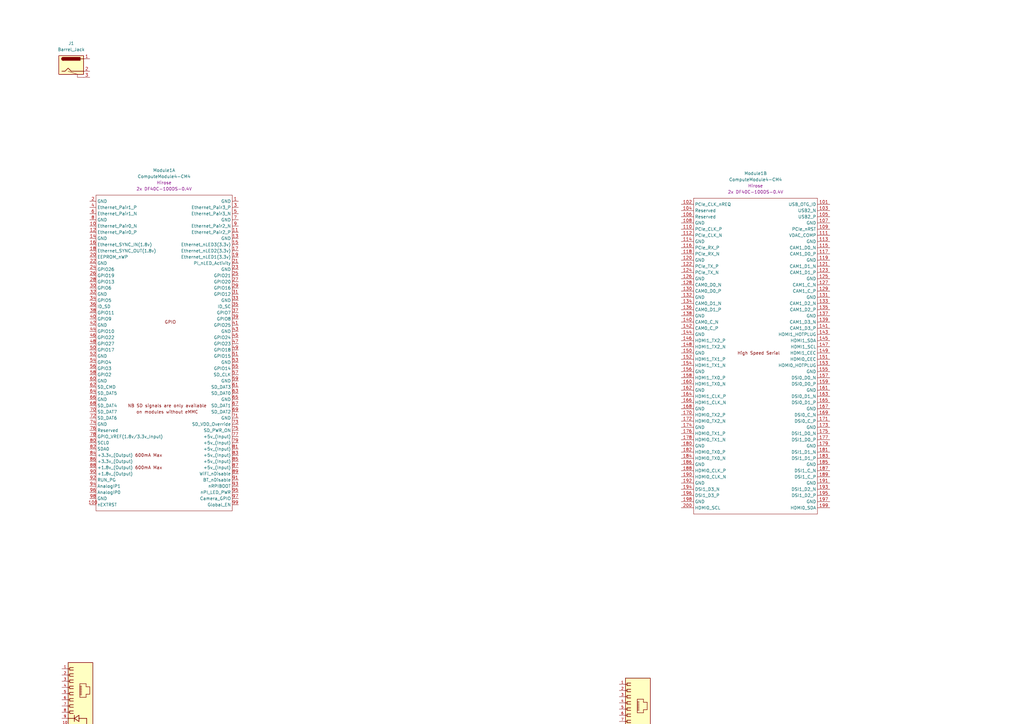
<source format=kicad_sch>
(kicad_sch (version 20250114) (generator "eeschema") (generator_version "9.0")
  (paper "A3")
  (lib_symbols
    (symbol "CM4IO:Barrel_Jack"
      (property "Reference" "J" (at 0 5.334 0))
      (property "Value" "Barrel_Jack" (at 0 -5.08 0))
      (symbol "Barrel_Jack_0_1"
        (rectangle (start -5.08 3.81) (end 5.08 -3.81) (stroke (width 0.254)) (fill (type background)))
        (polyline (pts (xy -3.81 -2.54) (xy -2.54 -2.54) (xy -1.27 -1.27) (xy 0 -2.54) (xy 2.54 -2.54) (xy 5.08 -2.54)) (stroke (width 0.254)))
        (arc (start -3.302 1.905) (mid -3.9342 2.54) (end -3.302 3.175) (stroke (width 0.254)))
        (arc (start -3.302 1.905) (mid -3.9342 2.54) (end -3.302 3.175) (stroke (width 0.254)) (fill (type outline)))
        (rectangle (start 3.683 3.175) (end -3.302 1.905) (stroke (width 0.254)) (fill (type outline)))
        (polyline (pts (xy 5.08 2.54) (xy 3.81 2.54)) (stroke (width 0.254)))
        (polyline (pts (xy 5.08 -5.08) (xy 2.54 -5.08) (xy 2.54 -3.81) (xy -1.27 -2.54)))
      )
      (symbol "Barrel_Jack_1_1"
        (pin passive line (at 7.62 2.54 180) (length 2.54) (name "~") (number "1"))
        (pin passive line (at 7.62 -2.54 180) (length 2.54) (name "~") (number "2"))
        (pin passive line (at 7.62 -5.08 180) (length 2.54) (name "~") (number "3"))
      )
    )
    (symbol "CM4IO:ComputeModule4-CM4"
      (property "Reference" "Module" (at 113.03 -68.58 0))
      (property "Value" "ComputeModule4-CM4" (at 140.97 2.54 0))
      (property "Field4" "Hirose" (at 0 0 0))
      (property "Field5" "2x DF40C-100DS-0.4V" (at 0 -2.54 0))
      (symbol "ComputeModule4-CM4_1_0"
        (text "GPIO" (at 0 6.35 0) (effects (font (size 1.27 1.27))))
      )
      (symbol "ComputeModule4-CM4_1_1"
        (rectangle (start -30.48 -71.12) (end 25.4 58.42))
        (text "600mA Max" (at -8.89 -48.26 0) (effects (font (size 1.27 1.27))))
        (text "600mA Max" (at -8.89 -53.34 0) (effects (font (size 1.27 1.27))))
        (text "NB SD signals are only available" (at -1.27 -27.94 0) (effects (font (size 1.27 1.27))))
        (text "on modules without eMMC" (at -1.27 -30.48 0) (effects (font (size 1.27 1.27))))
        (pin power_in line (at -33.02 55.88 0) (length 2.54) (name "GND") (number "2"))
        (pin passive line (at -33.02 53.34 0) (length 2.54) (name "Ethernet_Pair1_P") (number "4"))
        (pin passive line (at -33.02 50.8 0) (length 2.54) (name "Ethernet_Pair1_N") (number "6"))
        (pin power_in line (at -33.02 48.26 0) (length 2.54) (name "GND") (number "8"))
        (pin passive line (at -33.02 45.72 0) (length 2.54) (name "Ethernet_Pair0_N") (number "10"))
        (pin passive line (at -33.02 43.18 0) (length 2.54) (name "Ethernet_Pair0_P") (number "12"))
        (pin power_in line (at -33.02 40.64 0) (length 2.54) (name "GND") (number "14"))
        (pin input line (at -33.02 38.1 0) (length 2.54) (name "Ethernet_SYNC_IN(1.8v)") (number "16"))
        (pin input line (at -33.02 35.56 0) (length 2.54) (name "Ethernet_SYNC_OUT(1.8v)") (number "18"))
        (pin passive line (at -33.02 33.02 0) (length 2.54) (name "EEPROM_nWP") (number "20"))
        (pin power_in line (at -33.02 30.48 0) (length 2.54) (name "GND") (number "22"))
        (pin passive line (at -33.02 27.94 0) (length 2.54) (name "GPIO26") (number "24"))
        (pin passive line (at -33.02 25.4 0) (length 2.54) (name "GPIO19") (number "26"))
        (pin passive line (at -33.02 22.86 0) (length 2.54) (name "GPIO13") (number "28"))
        (pin passive line (at -33.02 20.32 0) (length 2.54) (name "GPIO6") (number "30"))
        (pin power_in line (at -33.02 17.78 0) (length 2.54) (name "GND") (number "32"))
        (pin passive line (at -33.02 15.24 0) (length 2.54) (name "GPIO5") (number "34"))
        (pin passive line (at -33.02 12.7 0) (length 2.54) (name "ID_SD") (number "36"))
        (pin passive line (at -33.02 10.16 0) (length 2.54) (name "GPIO11") (number "38"))
        (pin passive line (at -33.02 7.62 0) (length 2.54) (name "GPIO9") (number "40"))
        (pin power_in line (at -33.02 5.08 0) (length 2.54) (name "GND") (number "42"))
        (pin passive line (at -33.02 2.54 0) (length 2.54) (name "GPIO10") (number "44"))
        (pin passive line (at -33.02 0 0) (length 2.54) (name "GPIO22") (number "46"))
        (pin passive line (at -33.02 -2.54 0) (length 2.54) (name "GPIO27") (number "48"))
        (pin passive line (at -33.02 -5.08 0) (length 2.54) (name "GPIO17") (number "50"))
        (pin power_in line (at -33.02 -7.62 0) (length 2.54) (name "GND") (number "52"))
        (pin passive line (at -33.02 -10.16 0) (length 2.54) (name "GPIO4") (number "54"))
        (pin passive line (at -33.02 -12.7 0) (length 2.54) (name "GPIO3") (number "56"))
        (pin passive line (at -33.02 -15.24 0) (length 2.54) (name "GPIO2") (number "58"))
        (pin power_in line (at -33.02 -17.78 0) (length 2.54) (name "GND") (number "60"))
        (pin passive line (at -33.02 -20.32 0) (length 2.54) (name "SD_CMD") (number "62"))
        (pin passive line (at -33.02 -22.86 0) (length 2.54) (name "SD_DAT5") (number "64"))
        (pin power_in line (at -33.02 -25.4 0) (length 2.54) (name "GND") (number "66"))
        (pin passive line (at -33.02 -27.94 0) (length 2.54) (name "SD_DAT4") (number "68"))
        (pin passive line (at -33.02 -30.48 0) (length 2.54) (name "SD_DAT7") (number "70"))
        (pin passive line (at -33.02 -33.02 0) (length 2.54) (name "SD_DAT6") (number "72"))
        (pin power_in line (at -33.02 -35.56 0) (length 2.54) (name "GND") (number "74"))
        (pin passive line (at -33.02 -38.1 0) (length 2.54) (name "Reserved") (number "76"))
        (pin power_in line (at -33.02 -40.64 0) (length 2.54) (name "GPIO_VREF(1.8v/3.3v_Input)") (number "78"))
        (pin passive line (at -33.02 -43.18 0) (length 2.54) (name "SCL0") (number "80"))
        (pin passive line (at -33.02 -45.72 0) (length 2.54) (name "SDA0") (number "82"))
        (pin power_out line (at -33.02 -48.26 0) (length 2.54) (name "+3.3v_(Output)") (number "84"))
        (pin power_out line (at -33.02 -50.8 0) (length 2.54) (name "+3.3v_(Output)") (number "86"))
        (pin power_out line (at -33.02 -53.34 0) (length 2.54) (name "+1.8v_(Output)") (number "88"))
        (pin power_out line (at -33.02 -55.88 0) (length 2.54) (name "+1.8v_(Output)") (number "90"))
        (pin passive line (at -33.02 -58.42 0) (length 2.54) (name "RUN_PG") (number "92"))
        (pin passive line (at -33.02 -60.96 0) (length 2.54) (name "AnalogIP1") (number "94"))
        (pin passive line (at -33.02 -63.5 0) (length 2.54) (name "AnalogIP0") (number "96"))
        (pin power_in line (at -33.02 -66.04 0) (length 2.54) (name "GND") (number "98"))
        (pin output line (at -33.02 -68.58 0) (length 2.54) (name "nEXTRST") (number "100"))
        (pin power_in line (at 27.94 55.88 180) (length 2.54) (name "GND") (number "1"))
        (pin passive line (at 27.94 53.34 180) (length 2.54) (name "Ethernet_Pair3_P") (number "3"))
        (pin passive line (at 27.94 50.8 180) (length 2.54) (name "Ethernet_Pair3_N") (number "5"))
        (pin power_in line (at 27.94 48.26 180) (length 2.54) (name "GND") (number "7"))
        (pin passive line (at 27.94 45.72 180) (length 2.54) (name "Ethernet_Pair2_N") (number "9"))
        (pin passive line (at 27.94 43.18 180) (length 2.54) (name "Ethernet_Pair2_P") (number "11"))
        (pin power_in line (at 27.94 40.64 180) (length 2.54) (name "GND") (number "13"))
        (pin output line (at 27.94 38.1 180) (length 2.54) (name "Ethernet_nLED3(3.3v)") (number "15"))
        (pin output line (at 27.94 35.56 180) (length 2.54) (name "Ethernet_nLED2(3.3v)") (number "17"))
        (pin output line (at 27.94 33.02 180) (length 2.54) (name "Ethernet_nLED1(3.3v)") (number "19"))
        (pin open_collector line (at 27.94 30.48 180) (length 2.54) (name "PI_nLED_Activity") (number "21"))
        (pin power_in line (at 27.94 27.94 180) (length 2.54) (name "GND") (number "23"))
        (pin passive line (at 27.94 25.4 180) (length 2.54) (name "GPIO21") (number "25"))
        (pin passive line (at 27.94 22.86 180) (length 2.54) (name "GPIO20") (number "27"))
        (pin passive line (at 27.94 20.32 180) (length 2.54) (name "GPIO16") (number "29"))
        (pin passive line (at 27.94 17.78 180) (length 2.54) (name "GPIO12") (number "31"))
        (pin power_in line (at 27.94 15.24 180) (length 2.54) (name "GND") (number "33"))
        (pin passive line (at 27.94 12.7 180) (length 2.54) (name "ID_SC") (number "35"))
        (pin passive line (at 27.94 10.16 180) (length 2.54) (name "GPIO7") (number "37"))
        (pin passive line (at 27.94 7.62 180) (length 2.54) (name "GPIO8") (number "39"))
        (pin passive line (at 27.94 5.08 180) (length 2.54) (name "GPIO25") (number "41"))
        (pin power_in line (at 27.94 2.54 180) (length 2.54) (name "GND") (number "43"))
        (pin passive line (at 27.94 0 180) (length 2.54) (name "GPIO24") (number "45"))
        (pin passive line (at 27.94 -2.54 180) (length 2.54) (name "GPIO23") (number "47"))
        (pin passive line (at 27.94 -5.08 180) (length 2.54) (name "GPIO18") (number "49"))
        (pin passive line (at 27.94 -7.62 180) (length 2.54) (name "GPIO15") (number "51"))
        (pin power_in line (at 27.94 -10.16 180) (length 2.54) (name "GND") (number "53"))
        (pin passive line (at 27.94 -12.7 180) (length 2.54) (name "GPIO14") (number "55"))
        (pin passive line (at 27.94 -15.24 180) (length 2.54) (name "SD_CLK") (number "57"))
        (pin power_in line (at 27.94 -17.78 180) (length 2.54) (name "GND") (number "59"))
        (pin passive line (at 27.94 -20.32 180) (length 2.54) (name "SD_DAT3") (number "61"))
        (pin passive line (at 27.94 -22.86 180) (length 2.54) (name "SD_DAT0") (number "63"))
        (pin power_in line (at 27.94 -25.4 180) (length 2.54) (name "GND") (number "65"))
        (pin passive line (at 27.94 -27.94 180) (length 2.54) (name "SD_DAT1") (number "67"))
        (pin passive line (at 27.94 -30.48 180) (length 2.54) (name "SD_DAT2") (number "69"))
        (pin power_in line (at 27.94 -33.02 180) (length 2.54) (name "GND") (number "71"))
        (pin input line (at 27.94 -35.56 180) (length 2.54) (name "SD_VDD_Override") (number "73"))
        (pin output line (at 27.94 -38.1 180) (length 2.54) (name "SD_PWR_ON") (number "75"))
        (pin power_in line (at 27.94 -40.64 180) (length 2.54) (name "+5v_(Input)") (number "77"))
        (pin power_in line (at 27.94 -43.18 180) (length 2.54) (name "+5v_(Input)") (number "79"))
        (pin power_in line (at 27.94 -45.72 180) (length 2.54) (name "+5v_(Input)") (number "81"))
        (pin power_in line (at 27.94 -48.26 180) (length 2.54) (name "+5v_(Input)") (number "83"))
        (pin power_in line (at 27.94 -50.8 180) (length 2.54) (name "+5v_(Input)") (number "85"))
        (pin power_in line (at 27.94 -53.34 180) (length 2.54) (name "+5v_(Input)") (number "87"))
        (pin power_in line (at 27.94 -55.88 180) (length 2.54) (name "WiFi_nDisable") (number "89"))
        (pin power_in line (at 27.94 -58.42 180) (length 2.54) (name "BT_nDisable") (number "91"))
        (pin input line (at 27.94 -60.96 180) (length 2.54) (name "nRPIBOOT") (number "93"))
        (pin output line (at 27.94 -63.5 180) (length 2.54) (name "nPI_LED_PWR") (number "95"))
        (pin passive line (at 27.94 -66.04 180) (length 2.54) (name "Camera_GPIO") (number "97"))
        (pin input line (at 27.94 -68.58 180) (length 2.54) (name "Global_EN") (number "99"))
      )
      (symbol "ComputeModule4-CM4_2_1"
        (rectangle (start 114.3 -66.04) (end 165.1 63.5))
        (text "High Speed Serial" (at 140.97 0 0) (effects (font (size 1.27 1.27))))
        (pin input line (at 109.22 60.96 0) (length 5.08) (name "PCIe_CLK_nREQ") (number "102"))
        (pin passive line (at 109.22 58.42 0) (length 5.08) (name "Reserved") (number "104"))
        (pin passive line (at 109.22 55.88 0) (length 5.08) (name "Reserved") (number "106"))
        (pin power_in line (at 109.22 53.34 0) (length 5.08) (name "GND") (number "108"))
        (pin output line (at 109.22 50.8 0) (length 5.08) (name "PCIe_CLK_P") (number "110"))
        (pin output line (at 109.22 48.26 0) (length 5.08) (name "PCIe_CLK_N") (number "112"))
        (pin power_in line (at 109.22 45.72 0) (length 5.08) (name "GND") (number "114"))
        (pin input line (at 109.22 43.18 0) (length 5.08) (name "PCIe_RX_P") (number "116"))
        (pin input line (at 109.22 40.64 0) (length 5.08) (name "PCIe_RX_N") (number "118"))
        (pin power_in line (at 109.22 38.1 0) (length 5.08) (name "GND") (number "120"))
        (pin output line (at 109.22 35.56 0) (length 5.08) (name "PCIe_TX_P") (number "122"))
        (pin output line (at 109.22 33.02 0) (length 5.08) (name "PCIe_TX_N") (number "124"))
        (pin power_in line (at 109.22 30.48 0) (length 5.08) (name "GND") (number "126"))
        (pin input line (at 109.22 27.94 0) (length 5.08) (name "CAM0_D0_N") (number "128"))
        (pin input line (at 109.22 25.4 0) (length 5.08) (name "CAM0_D0_P") (number "130"))
        (pin power_in line (at 109.22 22.86 0) (length 5.08) (name "GND") (number "132"))
        (pin input line (at 109.22 20.32 0) (length 5.08) (name "CAM0_D1_N") (number "134"))
        (pin input line (at 109.22 17.78 0) (length 5.08) (name "CAM0_D1_P") (number "136"))
        (pin power_in line (at 109.22 15.24 0) (length 5.08) (name "GND") (number "138"))
        (pin input line (at 109.22 12.7 0) (length 5.08) (name "CAM0_C_N") (number "140"))
        (pin input line (at 109.22 10.16 0) (length 5.08) (name "CAM0_C_P") (number "142"))
        (pin power_in line (at 109.22 7.62 0) (length 5.08) (name "GND") (number "144"))
        (pin output line (at 109.22 5.08 0) (length 5.08) (name "HDMI1_TX2_P") (number "146"))
        (pin output line (at 109.22 2.54 0) (length 5.08) (name "HDMI1_TX2_N") (number "148"))
        (pin power_in line (at 109.22 0 0) (length 5.08) (name "GND") (number "150"))
        (pin output line (at 109.22 -2.54 0) (length 5.08) (name "HDMI1_TX1_P") (number "152"))
        (pin output line (at 109.22 -5.08 0) (length 5.08) (name "HDMI1_TX1_N") (number "154"))
        (pin power_in line (at 109.22 -7.62 0) (length 5.08) (name "GND") (number "156"))
        (pin output line (at 109.22 -10.16 0) (length 5.08) (name "HDMI1_TX0_P") (number "158"))
        (pin output line (at 109.22 -12.7 0) (length 5.08) (name "HDMI1_TX0_N") (number "160"))
        (pin power_in line (at 109.22 -15.24 0) (length 5.08) (name "GND") (number "162"))
        (pin output line (at 109.22 -17.78 0) (length 5.08) (name "HDMI1_CLK_P") (number "164"))
        (pin output line (at 109.22 -20.32 0) (length 5.08) (name "HDMI1_CLK_N") (number "166"))
        (pin power_in line (at 109.22 -22.86 0) (length 5.08) (name "GND") (number "168"))
        (pin output line (at 109.22 -25.4 0) (length 5.08) (name "HDMI0_TX2_P") (number "170"))
        (pin output line (at 109.22 -27.94 0) (length 5.08) (name "HDMI0_TX2_N") (number "172"))
        (pin power_in line (at 109.22 -30.48 0) (length 5.08) (name "GND") (number "174"))
        (pin output line (at 109.22 -33.02 0) (length 5.08) (name "HDMI0_TX1_P") (number "176"))
        (pin output line (at 109.22 -35.56 0) (length 5.08) (name "HDMI0_TX1_N") (number "178"))
        (pin power_in line (at 109.22 -38.1 0) (length 5.08) (name "GND") (number "180"))
        (pin output line (at 109.22 -40.64 0) (length 5.08) (name "HDMI0_TX0_P") (number "182"))
        (pin output line (at 109.22 -43.18 0) (length 5.08) (name "HDMI0_TX0_N") (number "184"))
        (pin power_in line (at 109.22 -45.72 0) (length 5.08) (name "GND") (number "186"))
        (pin output line (at 109.22 -48.26 0) (length 5.08) (name "HDMI0_CLK_P") (number "188"))
        (pin output line (at 109.22 -50.8 0) (length 5.08) (name "HDMI0_CLK_N") (number "190"))
        (pin power_in line (at 109.22 -53.34 0) (length 5.08) (name "GND") (number "192"))
        (pin output line (at 109.22 -55.88 0) (length 5.08) (name "DSI1_D3_N") (number "194"))
        (pin output line (at 109.22 -58.42 0) (length 5.08) (name "DSI1_D3_P") (number "196"))
        (pin power_in line (at 109.22 -60.96 0) (length 5.08) (name "GND") (number "198"))
        (pin open_collector line (at 109.22 -63.5 0) (length 5.08) (name "HDMI0_SCL") (number "200"))
        (pin input line (at 170.18 60.96 180) (length 5.08) (name "USB_OTG_ID") (number "101"))
        (pin passive line (at 170.18 58.42 180) (length 5.08) (name "USB2_N") (number "103"))
        (pin passive line (at 170.18 55.88 180) (length 5.08) (name "USB2_P") (number "105"))
        (pin power_in line (at 170.18 53.34 180) (length 5.08) (name "GND") (number "107"))
        (pin bidirectional line (at 170.18 50.8 180) (length 5.08) (name "PCIe_nRST") (number "109"))
        (pin passive line (at 170.18 48.26 180) (length 5.08) (name "VDAC_COMP") (number "111"))
        (pin power_in line (at 170.18 45.72 180) (length 5.08) (name "GND") (number "113"))
        (pin input line (at 170.18 43.18 180) (length 5.08) (name "CAM1_D0_N") (number "115"))
        (pin input line (at 170.18 40.64 180) (length 5.08) (name "CAM1_D0_P") (number "117"))
        (pin power_in line (at 170.18 38.1 180) (length 5.08) (name "GND") (number "119"))
        (pin input line (at 170.18 35.56 180) (length 5.08) (name "CAM1_D1_N") (number "121"))
        (pin input line (at 170.18 33.02 180) (length 5.08) (name "CAM1_D1_P") (number "123"))
        (pin power_in line (at 170.18 30.48 180) (length 5.08) (name "GND") (number "125"))
        (pin input line (at 170.18 27.94 180) (length 5.08) (name "CAM1_C_N") (number "127"))
        (pin input line (at 170.18 25.4 180) (length 5.08) (name "CAM1_C_P") (number "129"))
        (pin power_in line (at 170.18 22.86 180) (length 5.08) (name "GND") (number "131"))
        (pin input line (at 170.18 20.32 180) (length 5.08) (name "CAM1_D2_N") (number "133"))
        (pin input line (at 170.18 17.78 180) (length 5.08) (name "CAM1_D2_P") (number "135"))
        (pin power_in line (at 170.18 15.24 180) (length 5.08) (name "GND") (number "137"))
        (pin input line (at 170.18 12.7 180) (length 5.08) (name "CAM1_D3_N") (number "139"))
        (pin input line (at 170.18 10.16 180) (length 5.08) (name "CAM1_D3_P") (number "141"))
        (pin input line (at 170.18 7.62 180) (length 5.08) (name "HDMI1_HOTPLUG") (number "143"))
        (pin bidirectional line (at 170.18 5.08 180) (length 5.08) (name "HDMI1_SDA") (number "145"))
        (pin open_collector line (at 170.18 2.54 180) (length 5.08) (name "HDMI1_SCL") (number "147"))
        (pin open_collector line (at 170.18 0 180) (length 5.08) (name "HDMI1_CEC") (number "149"))
        (pin open_collector line (at 170.18 -2.54 180) (length 5.08) (name "HDMI0_CEC") (number "151"))
        (pin input line (at 170.18 -5.08 180) (length 5.08) (name "HDMI0_HOTPLUG") (number "153"))
        (pin power_in line (at 170.18 -7.62 180) (length 5.08) (name "GND") (number "155"))
        (pin output line (at 170.18 -10.16 180) (length 5.08) (name "DSI0_D0_N") (number "157"))
        (pin output line (at 170.18 -12.7 180) (length 5.08) (name "DSI0_D0_P") (number "159"))
        (pin power_in line (at 170.18 -15.24 180) (length 5.08) (name "GND") (number "161"))
        (pin output line (at 170.18 -17.78 180) (length 5.08) (name "DSI0_D1_N") (number "163"))
        (pin output line (at 170.18 -20.32 180) (length 5.08) (name "DSI0_D1_P") (number "165"))
        (pin power_in line (at 170.18 -22.86 180) (length 5.08) (name "GND") (number "167"))
        (pin output line (at 170.18 -25.4 180) (length 5.08) (name "DSI0_C_N") (number "169"))
        (pin output line (at 170.18 -27.94 180) (length 5.08) (name "DSI0_C_P") (number "171"))
        (pin power_in line (at 170.18 -30.48 180) (length 5.08) (name "GND") (number "173"))
        (pin output line (at 170.18 -33.02 180) (length 5.08) (name "DSI1_D0_N") (number "175"))
        (pin output line (at 170.18 -35.56 180) (length 5.08) (name "DSI1_D0_P") (number "177"))
        (pin power_in line (at 170.18 -38.1 180) (length 5.08) (name "GND") (number "179"))
        (pin output line (at 170.18 -40.64 180) (length 5.08) (name "DSI1_D1_N") (number "181"))
        (pin output line (at 170.18 -43.18 180) (length 5.08) (name "DSI1_D1_P") (number "183"))
        (pin power_in line (at 170.18 -45.72 180) (length 5.08) (name "GND") (number "185"))
        (pin output line (at 170.18 -48.26 180) (length 5.08) (name "DSI1_C_N") (number "187"))
        (pin output line (at 170.18 -50.8 180) (length 5.08) (name "DSI1_C_P") (number "189"))
        (pin power_in line (at 170.18 -53.34 180) (length 5.08) (name "GND") (number "191"))
        (pin output line (at 170.18 -55.88 180) (length 5.08) (name "DSI1_D2_N") (number "193"))
        (pin output line (at 170.18 -58.42 180) (length 5.08) (name "DSI1_D2_P") (number "195"))
        (pin power_in line (at 170.18 -60.96 180) (length 5.08) (name "GND") (number "197"))
        (pin bidirectional line (at 170.18 -63.5 180) (length 5.08) (name "HDMI0_SDA") (number "199"))
      )
    )
    (symbol "Connector:Conn_Coaxial_Small" (pin_numbers (hide yes)) (pin_names (offset 1.016) (hide yes))
      (property "Reference" "J" (at 0.254 3.048 0))
      (property "Value" "Conn_Coaxial_Small" (at 0 -3.81 0))
      (symbol "Conn_Coaxial_Small_0_1"
        (polyline (pts (xy -2.54 0) (xy -0.508 0)))
        (circle (center 0 0) (radius 0.508) (stroke (width 0.2032)))
      )
      (symbol "Conn_Coaxial_Small_1_1"
        (arc (start 1.3484 0.0039) (mid 0.327 -1.308) (end -1.1916 -0.6311) (stroke (width 0.3048)))
        (arc (start -1.1916 0.6311) (mid 0.327 1.3081) (end 1.3484 -0.0039) (stroke (width 0.3048)))
        (pin passive line (at -2.54 0 0) (length 1.27) (name "In") (number "1"))
        (pin passive line (at 2.54 0 180) (length 1.27) (name "Ext") (number "2"))
      )
    )
    (symbol "cm4-router-sym:RJHSE-5384-04" (pin_names (offset 1.016))
      (property "Reference" "J" (at -5.0805 69.2221 0))
      (property "Value" "RJHSE-5384-04" (at -5.0876 -78.8461 0))
      (symbol "RJHSE-5384-04_0_0"
        (polyline (pts (xy -5.08 66.04) (xy -4.445 66.04)) (stroke (width 0.254)))
        (polyline (pts (xy -5.08 63.5) (xy -4.445 63.5)) (stroke (width 0.254)))
        (polyline (pts (xy -5.08 60.96) (xy -4.445 60.96)) (stroke (width 0.254)))
        (polyline (pts (xy -5.08 58.42) (xy -4.445 58.42)) (stroke (width 0.254)))
        (polyline (pts (xy -5.08 55.88) (xy -4.445 55.88)) (stroke (width 0.254)))
        (polyline (pts (xy -5.08 53.34) (xy -4.445 53.34)) (stroke (width 0.254)))
        (polyline (pts (xy -5.08 50.8) (xy -4.445 50.8)) (stroke (width 0.254)))
        (polyline (pts (xy -5.08 48.26) (xy -4.445 48.26)) (stroke (width 0.254)))
        (polyline (pts (xy -5.08 45.72) (xy -2.54 45.72)) (stroke (width 0.254)))
        (polyline (pts (xy -5.08 40.64) (xy -2.54 40.64)) (stroke (width 0.254)))
        (polyline (pts (xy -5.08 33.02) (xy -4.445 33.02)) (stroke (width 0.254)))
        (polyline (pts (xy -5.08 30.48) (xy -4.445 30.48)) (stroke (width 0.254)))
        (polyline (pts (xy -5.08 27.94) (xy -4.445 27.94)) (stroke (width 0.254)))
        (polyline (pts (xy -5.08 25.4) (xy -4.445 25.4)) (stroke (width 0.254)))
        (polyline (pts (xy -5.08 22.86) (xy -4.445 22.86)) (stroke (width 0.254)))
        (polyline (pts (xy -5.08 20.32) (xy -4.445 20.32)) (stroke (width 0.254)))
        (polyline (pts (xy -5.08 17.78) (xy -4.445 17.78)) (stroke (width 0.254)))
        (polyline (pts (xy -5.08 15.24) (xy -4.445 15.24)) (stroke (width 0.254)))
        (polyline (pts (xy -5.08 12.7) (xy -2.54 12.7)) (stroke (width 0.254)))
        (polyline (pts (xy -5.08 7.62) (xy -2.54 7.62)) (stroke (width 0.254)))
        (polyline (pts (xy -5.08 0) (xy -4.445 0)) (stroke (width 0.254)))
        (polyline (pts (xy -5.08 -2.54) (xy -4.445 -2.54)) (stroke (width 0.254)))
        (polyline (pts (xy -5.08 -5.08) (xy -4.445 -5.08)) (stroke (width 0.254)))
        (polyline (pts (xy -5.08 -7.62) (xy -4.445 -7.62)) (stroke (width 0.254)))
        (polyline (pts (xy -5.08 -10.16) (xy -4.445 -10.16)) (stroke (width 0.254)))
        (polyline (pts (xy -5.08 -12.7) (xy -4.445 -12.7)) (stroke (width 0.254)))
        (polyline (pts (xy -5.08 -15.24) (xy -4.445 -15.24)) (stroke (width 0.254)))
        (polyline (pts (xy -5.08 -17.78) (xy -4.445 -17.78)) (stroke (width 0.254)))
        (polyline (pts (xy -5.08 -20.32) (xy -2.54 -20.32)) (stroke (width 0.254)))
        (polyline (pts (xy -5.08 -25.4) (xy -2.54 -25.4)) (stroke (width 0.254)))
        (polyline (pts (xy -5.08 -33.02) (xy -4.445 -33.02)) (stroke (width 0.254)))
        (polyline (pts (xy -5.08 -35.56) (xy -4.445 -35.56)) (stroke (width 0.254)))
        (polyline (pts (xy -5.08 -38.1) (xy -4.445 -38.1)) (stroke (width 0.254)))
        (polyline (pts (xy -5.08 -40.64) (xy -4.445 -40.64)) (stroke (width 0.254)))
        (polyline (pts (xy -5.08 -43.18) (xy -4.445 -43.18)) (stroke (width 0.254)))
        (polyline (pts (xy -5.08 -45.72) (xy -4.445 -45.72)) (stroke (width 0.254)))
        (polyline (pts (xy -5.08 -48.26) (xy -4.445 -48.26)) (stroke (width 0.254)))
        (polyline (pts (xy -5.08 -50.8) (xy -4.445 -50.8)) (stroke (width 0.254)))
        (polyline (pts (xy -5.08 -53.34) (xy -2.54 -53.34)) (stroke (width 0.254)))
        (polyline (pts (xy -5.08 -58.42) (xy -2.54 -58.42)) (stroke (width 0.254)))
        (rectangle (start -5.08 -76.2) (end 5.08 68.58) (stroke (width 0.254)) (fill (type background)))
        (polyline (pts (xy -4.445 66.548) (xy -4.445 66.04)) (stroke (width 0.254)))
        (polyline (pts (xy -4.445 66.04) (xy -4.445 65.532)) (stroke (width 0.254)))
        (polyline (pts (xy -4.445 65.532) (xy -2.921 65.532)) (stroke (width 0.254)))
        (polyline (pts (xy -4.445 64.008) (xy -4.445 63.5)) (stroke (width 0.254)))
        (polyline (pts (xy -4.445 63.5) (xy -4.445 62.992)) (stroke (width 0.254)))
        (polyline (pts (xy -4.445 62.992) (xy -2.921 62.992)) (stroke (width 0.254)))
        (polyline (pts (xy -4.445 61.468) (xy -4.445 60.96)) (stroke (width 0.254)))
        (polyline (pts (xy -4.445 60.96) (xy -4.445 60.452)) (stroke (width 0.254)))
        (polyline (pts (xy -4.445 60.452) (xy -2.921 60.452)) (stroke (width 0.254)))
        (polyline (pts (xy -4.445 58.928) (xy -4.445 58.42)) (stroke (width 0.254)))
        (polyline (pts (xy -4.445 58.42) (xy -4.445 57.912)) (stroke (width 0.254)))
        (polyline (pts (xy -4.445 57.912) (xy -2.921 57.912)) (stroke (width 0.254)))
        (polyline (pts (xy -4.445 56.388) (xy -4.445 55.88)) (stroke (width 0.254)))
        (polyline (pts (xy -4.445 55.88) (xy -4.445 55.372)) (stroke (width 0.254)))
        (polyline (pts (xy -4.445 55.372) (xy -2.921 55.372)) (stroke (width 0.254)))
        (polyline (pts (xy -4.445 53.848) (xy -4.445 53.34)) (stroke (width 0.254)))
        (polyline (pts (xy -4.445 53.34) (xy -4.445 52.832)) (stroke (width 0.254)))
        (polyline (pts (xy -4.445 52.832) (xy -2.921 52.832)) (stroke (width 0.254)))
        (polyline (pts (xy -4.445 51.308) (xy -4.445 50.8)) (stroke (width 0.254)))
        (polyline (pts (xy -4.445 50.8) (xy -4.445 50.292)) (stroke (width 0.254)))
        (polyline (pts (xy -4.445 50.292) (xy -2.921 50.292)) (stroke (width 0.254)))
        (polyline (pts (xy -4.445 48.768) (xy -4.445 48.26)) (stroke (width 0.254)))
        (polyline (pts (xy -4.445 48.26) (xy -4.445 47.752)) (stroke (width 0.254)))
        (polyline (pts (xy -4.445 47.752) (xy -2.921 47.752)) (stroke (width 0.254)))
        (polyline (pts (xy -4.445 33.528) (xy -4.445 33.02)) (stroke (width 0.254)))
        (polyline (pts (xy -4.445 33.02) (xy -4.445 32.512)) (stroke (width 0.254)))
        (polyline (pts (xy -4.445 32.512) (xy -2.921 32.512)) (stroke (width 0.254)))
        (polyline (pts (xy -4.445 30.988) (xy -4.445 30.48)) (stroke (width 0.254)))
        (polyline (pts (xy -4.445 30.48) (xy -4.445 29.972)) (stroke (width 0.254)))
        (polyline (pts (xy -4.445 29.972) (xy -2.921 29.972)) (stroke (width 0.254)))
        (polyline (pts (xy -4.445 28.448) (xy -4.445 27.94)) (stroke (width 0.254)))
        (polyline (pts (xy -4.445 27.94) (xy -4.445 27.432)) (stroke (width 0.254)))
        (polyline (pts (xy -4.445 27.432) (xy -2.921 27.432)) (stroke (width 0.254)))
        (polyline (pts (xy -4.445 25.908) (xy -4.445 25.4)) (stroke (width 0.254)))
        (polyline (pts (xy -4.445 25.4) (xy -4.445 24.892)) (stroke (width 0.254)))
        (polyline (pts (xy -4.445 24.892) (xy -2.921 24.892)) (stroke (width 0.254)))
        (polyline (pts (xy -4.445 23.368) (xy -4.445 22.86)) (stroke (width 0.254)))
        (polyline (pts (xy -4.445 22.86) (xy -4.445 22.352)) (stroke (width 0.254)))
        (polyline (pts (xy -4.445 22.352) (xy -2.921 22.352)) (stroke (width 0.254)))
        (polyline (pts (xy -4.445 20.828) (xy -4.445 20.32)) (stroke (width 0.254)))
        (polyline (pts (xy -4.445 20.32) (xy -4.445 19.812)) (stroke (width 0.254)))
        (polyline (pts (xy -4.445 19.812) (xy -2.921 19.812)) (stroke (width 0.254)))
        (polyline (pts (xy -4.445 18.288) (xy -4.445 17.78)) (stroke (width 0.254)))
        (polyline (pts (xy -4.445 17.78) (xy -4.445 17.272)) (stroke (width 0.254)))
        (polyline (pts (xy -4.445 17.272) (xy -2.921 17.272)) (stroke (width 0.254)))
        (polyline (pts (xy -4.445 15.748) (xy -4.445 15.24)) (stroke (width 0.254)))
        (polyline (pts (xy -4.445 15.24) (xy -4.445 14.732)) (stroke (width 0.254)))
        (polyline (pts (xy -4.445 14.732) (xy -2.921 14.732)) (stroke (width 0.254)))
        (polyline (pts (xy -4.445 0.508) (xy -4.445 0)) (stroke (width 0.254)))
        (polyline (pts (xy -4.445 0) (xy -4.445 -0.508)) (stroke (width 0.254)))
        (polyline (pts (xy -4.445 -0.508) (xy -2.921 -0.508)) (stroke (width 0.254)))
        (polyline (pts (xy -4.445 -2.032) (xy -4.445 -2.54)) (stroke (width 0.254)))
        (polyline (pts (xy -4.445 -2.54) (xy -4.445 -3.048)) (stroke (width 0.254)))
        (polyline (pts (xy -4.445 -3.048) (xy -2.921 -3.048)) (stroke (width 0.254)))
        (polyline (pts (xy -4.445 -4.572) (xy -4.445 -5.08)) (stroke (width 0.254)))
        (polyline (pts (xy -4.445 -5.08) (xy -4.445 -5.588)) (stroke (width 0.254)))
        (polyline (pts (xy -4.445 -5.588) (xy -2.921 -5.588)) (stroke (width 0.254)))
        (polyline (pts (xy -4.445 -7.112) (xy -4.445 -7.62)) (stroke (width 0.254)))
        (polyline (pts (xy -4.445 -7.62) (xy -4.445 -8.128)) (stroke (width 0.254)))
        (polyline (pts (xy -4.445 -8.128) (xy -2.921 -8.128)) (stroke (width 0.254)))
        (polyline (pts (xy -4.445 -9.652) (xy -4.445 -10.16)) (stroke (width 0.254)))
        (polyline (pts (xy -4.445 -10.16) (xy -4.445 -10.668)) (stroke (width 0.254)))
        (polyline (pts (xy -4.445 -10.668) (xy -2.921 -10.668)) (stroke (width 0.254)))
        (polyline (pts (xy -4.445 -12.192) (xy -4.445 -12.7)) (stroke (width 0.254)))
        (polyline (pts (xy -4.445 -12.7) (xy -4.445 -13.208)) (stroke (width 0.254)))
        (polyline (pts (xy -4.445 -13.208) (xy -2.921 -13.208)) (stroke (width 0.254)))
        (polyline (pts (xy -4.445 -14.732) (xy -4.445 -15.24)) (stroke (width 0.254)))
        (polyline (pts (xy -4.445 -15.24) (xy -4.445 -15.748)) (stroke (width 0.254)))
        (polyline (pts (xy -4.445 -15.748) (xy -2.921 -15.748)) (stroke (width 0.254)))
        (polyline (pts (xy -4.445 -17.272) (xy -4.445 -17.78)) (stroke (width 0.254)))
        (polyline (pts (xy -4.445 -17.78) (xy -4.445 -18.288)) (stroke (width 0.254)))
        (polyline (pts (xy -4.445 -18.288) (xy -2.921 -18.288)) (stroke (width 0.254)))
        (polyline (pts (xy -4.445 -32.512) (xy -4.445 -33.02)) (stroke (width 0.254)))
        (polyline (pts (xy -4.445 -33.02) (xy -4.445 -33.528)) (stroke (width 0.254)))
        (polyline (pts (xy -4.445 -33.528) (xy -2.921 -33.528)) (stroke (width 0.254)))
        (polyline (pts (xy -4.445 -35.052) (xy -4.445 -35.56)) (stroke (width 0.254)))
        (polyline (pts (xy -4.445 -35.56) (xy -4.445 -36.068)) (stroke (width 0.254)))
        (polyline (pts (xy -4.445 -36.068) (xy -2.921 -36.068)) (stroke (width 0.254)))
        (polyline (pts (xy -4.445 -37.592) (xy -4.445 -38.1)) (stroke (width 0.254)))
        (polyline (pts (xy -4.445 -38.1) (xy -4.445 -38.608)) (stroke (width 0.254)))
        (polyline (pts (xy -4.445 -38.608) (xy -2.921 -38.608)) (stroke (width 0.254)))
        (polyline (pts (xy -4.445 -40.132) (xy -4.445 -40.64)) (stroke (width 0.254)))
        (polyline (pts (xy -4.445 -40.64) (xy -4.445 -41.148)) (stroke (width 0.254)))
        (polyline (pts (xy -4.445 -41.148) (xy -2.921 -41.148)) (stroke (width 0.254)))
        (polyline (pts (xy -4.445 -42.672) (xy -4.445 -43.18)) (stroke (width 0.254)))
        (polyline (pts (xy -4.445 -43.18) (xy -4.445 -43.688)) (stroke (width 0.254)))
        (polyline (pts (xy -4.445 -43.688) (xy -2.921 -43.688)) (stroke (width 0.254)))
        (polyline (pts (xy -4.445 -45.212) (xy -4.445 -45.72)) (stroke (width 0.254)))
        (polyline (pts (xy -4.445 -45.72) (xy -4.445 -46.228)) (stroke (width 0.254)))
        (polyline (pts (xy -4.445 -46.228) (xy -2.921 -46.228)) (stroke (width 0.254)))
        (polyline (pts (xy -4.445 -47.752) (xy -4.445 -48.26)) (stroke (width 0.254)))
        (polyline (pts (xy -4.445 -48.26) (xy -4.445 -48.768)) (stroke (width 0.254)))
        (polyline (pts (xy -4.445 -48.768) (xy -2.921 -48.768)) (stroke (width 0.254)))
        (polyline (pts (xy -4.445 -50.292) (xy -4.445 -50.8)) (stroke (width 0.254)))
        (polyline (pts (xy -4.445 -50.8) (xy -4.445 -51.308)) (stroke (width 0.254)))
        (polyline (pts (xy -4.445 -51.308) (xy -2.921 -51.308)) (stroke (width 0.254)))
        (polyline (pts (xy -2.921 66.548) (xy -4.445 66.548)) (stroke (width 0.254)))
        (polyline (pts (xy -2.921 64.008) (xy -4.445 64.008)) (stroke (width 0.254)))
        (polyline (pts (xy -2.921 61.468) (xy -4.445 61.468)) (stroke (width 0.254)))
        (polyline (pts (xy -2.921 58.928) (xy -4.445 58.928)) (stroke (width 0.254)))
        (polyline (pts (xy -2.921 56.388) (xy -4.445 56.388)) (stroke (width 0.254)))
        (polyline (pts (xy -2.921 53.848) (xy -4.445 53.848)) (stroke (width 0.254)))
        (polyline (pts (xy -2.921 51.308) (xy -4.445 51.308)) (stroke (width 0.254)))
        (polyline (pts (xy -2.921 48.768) (xy -4.445 48.768)) (stroke (width 0.254)))
        (polyline (pts (xy -2.921 33.528) (xy -4.445 33.528)) (stroke (width 0.254)))
        (polyline (pts (xy -2.921 30.988) (xy -4.445 30.988)) (stroke (width 0.254)))
        (polyline (pts (xy -2.921 28.448) (xy -4.445 28.448)) (stroke (width 0.254)))
        (polyline (pts (xy -2.921 25.908) (xy -4.445 25.908)) (stroke (width 0.254)))
        (polyline (pts (xy -2.921 23.368) (xy -4.445 23.368)) (stroke (width 0.254)))
        (polyline (pts (xy -2.921 20.828) (xy -4.445 20.828)) (stroke (width 0.254)))
        (polyline (pts (xy -2.921 18.288) (xy -4.445 18.288)) (stroke (width 0.254)))
        (polyline (pts (xy -2.921 15.748) (xy -4.445 15.748)) (stroke (width 0.254)))
        (polyline (pts (xy -2.921 0.508) (xy -4.445 0.508)) (stroke (width 0.254)))
        (polyline (pts (xy -2.921 -2.032) (xy -4.445 -2.032)) (stroke (width 0.254)))
        (polyline (pts (xy -2.921 -4.572) (xy -4.445 -4.572)) (stroke (width 0.254)))
        (polyline (pts (xy -2.921 -7.112) (xy -4.445 -7.112)) (stroke (width 0.254)))
        (polyline (pts (xy -2.921 -9.652) (xy -4.445 -9.652)) (stroke (width 0.254)))
        (polyline (pts (xy -2.921 -12.192) (xy -4.445 -12.192)) (stroke (width 0.254)))
        (polyline (pts (xy -2.921 -14.732) (xy -4.445 -14.732)) (stroke (width 0.254)))
        (polyline (pts (xy -2.921 -17.272) (xy -4.445 -17.272)) (stroke (width 0.254)))
        (polyline (pts (xy -2.921 -32.512) (xy -4.445 -32.512)) (stroke (width 0.254)))
        (polyline (pts (xy -2.921 -35.052) (xy -4.445 -35.052)) (stroke (width 0.254)))
        (polyline (pts (xy -2.921 -37.592) (xy -4.445 -37.592)) (stroke (width 0.254)))
        (polyline (pts (xy -2.921 -40.132) (xy -4.445 -40.132)) (stroke (width 0.254)))
        (polyline (pts (xy -2.921 -42.672) (xy -4.445 -42.672)) (stroke (width 0.254)))
        (polyline (pts (xy -2.921 -45.212) (xy -4.445 -45.212)) (stroke (width 0.254)))
        (polyline (pts (xy -2.921 -47.752) (xy -4.445 -47.752)) (stroke (width 0.254)))
        (polyline (pts (xy -2.921 -50.292) (xy -4.445 -50.292)) (stroke (width 0.254)))
        (polyline (pts (xy -2.54 46.99) (xy -2.54 45.72)) (stroke (width 0.254)))
        (polyline (pts (xy -2.54 45.72) (xy -2.54 44.45)) (stroke (width 0.254)))
        (polyline (pts (xy -2.54 45.72) (xy -0.635 46.99)) (stroke (width 0.254)))
        (polyline (pts (xy -2.54 41.91) (xy -2.54 40.64)) (stroke (width 0.254)))
        (polyline (pts (xy -2.54 40.64) (xy -2.54 39.37)) (stroke (width 0.254)))
        (polyline (pts (xy -2.54 40.64) (xy -0.635 41.91)) (stroke (width 0.254)))
        (polyline (pts (xy -2.54 13.97) (xy -2.54 12.7)) (stroke (width 0.254)))
        (polyline (pts (xy -2.54 12.7) (xy -2.54 11.43)) (stroke (width 0.254)))
        (polyline (pts (xy -2.54 12.7) (xy -0.635 13.97)) (stroke (width 0.254)))
        (polyline (pts (xy -2.54 8.89) (xy -2.54 7.62)) (stroke (width 0.254)))
        (polyline (pts (xy -2.54 7.62) (xy -2.54 6.35)) (stroke (width 0.254)))
        (polyline (pts (xy -2.54 7.62) (xy -0.635 8.89)) (stroke (width 0.254)))
        (polyline (pts (xy -2.54 -19.05) (xy -2.54 -20.32)) (stroke (width 0.254)))
        (polyline (pts (xy -2.54 -20.32) (xy -2.54 -21.59)) (stroke (width 0.254)))
        (polyline (pts (xy -2.54 -20.32) (xy -0.635 -19.05)) (stroke (width 0.254)))
        (polyline (pts (xy -2.54 -24.13) (xy -2.54 -25.4)) (stroke (width 0.254)))
        (polyline (pts (xy -2.54 -25.4) (xy -2.54 -26.67)) (stroke (width 0.254)))
        (polyline (pts (xy -2.54 -25.4) (xy -0.635 -24.13)) (stroke (width 0.254)))
        (polyline (pts (xy -2.54 -52.07) (xy -2.54 -53.34)) (stroke (width 0.254)))
        (polyline (pts (xy -2.54 -53.34) (xy -2.54 -54.61)) (stroke (width 0.254)))
        (polyline (pts (xy -2.54 -53.34) (xy -0.635 -52.07)) (stroke (width 0.254)))
        (polyline (pts (xy -2.54 -57.15) (xy -2.54 -58.42)) (stroke (width 0.254)))
        (polyline (pts (xy -2.54 -58.42) (xy -2.54 -59.69)) (stroke (width 0.254)))
        (polyline (pts (xy -2.54 -58.42) (xy -0.635 -57.15)) (stroke (width 0.254)))
        (polyline (pts (xy -0.635 46.99) (xy -0.635 45.72)) (stroke (width 0.254)))
        (polyline (pts (xy -0.635 45.72) (xy -0.635 44.45)) (stroke (width 0.254)))
        (polyline (pts (xy -0.635 45.72) (xy 2.54 45.72)) (stroke (width 0.254)))
        (polyline (pts (xy -0.635 44.45) (xy -2.54 45.72)) (stroke (width 0.254)))
        (polyline (pts (xy -0.635 41.91) (xy -0.635 40.64)) (stroke (width 0.254)))
        (polyline (pts (xy -0.635 40.64) (xy -0.635 39.37)) (stroke (width 0.254)))
        (polyline (pts (xy -0.635 40.64) (xy 2.54 40.64)) (stroke (width 0.254)))
        (polyline (pts (xy -0.635 39.37) (xy -2.54 40.64)) (stroke (width 0.254)))
        (polyline (pts (xy -0.635 13.97) (xy -0.635 12.7)) (stroke (width 0.254)))
        (polyline (pts (xy -0.635 12.7) (xy -0.635 11.43)) (stroke (width 0.254)))
        (polyline (pts (xy -0.635 12.7) (xy 2.54 12.7)) (stroke (width 0.254)))
        (polyline (pts (xy -0.635 11.43) (xy -2.54 12.7)) (stroke (width 0.254)))
        (polyline (pts (xy -0.635 8.89) (xy -0.635 7.62)) (stroke (width 0.254)))
        (polyline (pts (xy -0.635 7.62) (xy -0.635 6.35)) (stroke (width 0.254)))
        (polyline (pts (xy -0.635 7.62) (xy 2.54 7.62)) (stroke (width 0.254)))
        (polyline (pts (xy -0.635 6.35) (xy -2.54 7.62)) (stroke (width 0.254)))
        (polyline (pts (xy -0.635 -19.05) (xy -0.635 -20.32)) (stroke (width 0.254)))
        (polyline (pts (xy -0.635 -20.32) (xy -0.635 -21.59)) (stroke (width 0.254)))
        (polyline (pts (xy -0.635 -20.32) (xy 2.54 -20.32)) (stroke (width 0.254)))
        (polyline (pts (xy -0.635 -21.59) (xy -2.54 -20.32)) (stroke (width 0.254)))
        (polyline (pts (xy -0.635 -24.13) (xy -0.635 -25.4)) (stroke (width 0.254)))
        (polyline (pts (xy -0.635 -25.4) (xy -0.635 -26.67)) (stroke (width 0.254)))
        (polyline (pts (xy -0.635 -25.4) (xy 2.54 -25.4)) (stroke (width 0.254)))
        (polyline (pts (xy -0.635 -26.67) (xy -2.54 -25.4)) (stroke (width 0.254)))
        (polyline (pts (xy -0.635 -52.07) (xy -0.635 -53.34)) (stroke (width 0.254)))
        (polyline (pts (xy -0.635 -53.34) (xy -0.635 -54.61)) (stroke (width 0.254)))
        (polyline (pts (xy -0.635 -53.34) (xy 2.54 -53.34)) (stroke (width 0.254)))
        (polyline (pts (xy -0.635 -54.61) (xy -2.54 -53.34)) (stroke (width 0.254)))
        (polyline (pts (xy -0.635 -57.15) (xy -0.635 -58.42)) (stroke (width 0.254)))
        (polyline (pts (xy -0.635 -58.42) (xy -0.635 -59.69)) (stroke (width 0.254)))
        (polyline (pts (xy -0.635 -58.42) (xy 2.54 -58.42)) (stroke (width 0.254)))
        (polyline (pts (xy -0.635 -59.69) (xy -2.54 -58.42)) (stroke (width 0.254)))
        (polyline (pts (xy -0.254 59.944) (xy -0.254 58.928)) (stroke (width 0.1998)))
        (polyline (pts (xy -0.254 58.928) (xy -0.254 58.42)) (stroke (width 0.1998)))
        (polyline (pts (xy -0.254 58.928) (xy 0.508 58.928)) (stroke (width 0.1998)))
        (polyline (pts (xy -0.254 58.42) (xy -0.254 57.912)) (stroke (width 0.1998)))
        (polyline (pts (xy -0.254 58.42) (xy 0.508 58.42)) (stroke (width 0.1998)))
        (polyline (pts (xy -0.254 57.912) (xy -0.254 57.404)) (stroke (width 0.1998)))
        (polyline (pts (xy -0.254 57.912) (xy 0.508 57.912)) (stroke (width 0.1998)))
        (polyline (pts (xy -0.254 57.404) (xy -0.254 56.896)) (stroke (width 0.1998)))
        (polyline (pts (xy -0.254 57.404) (xy 0.508 57.404)) (stroke (width 0.1998)))
        (polyline (pts (xy -0.254 56.896) (xy -0.254 56.388)) (stroke (width 0.1998)))
        (polyline (pts (xy -0.254 56.896) (xy 0.508 56.896)) (stroke (width 0.1998)))
        (polyline (pts (xy -0.254 56.388) (xy -0.254 55.88)) (stroke (width 0.1998)))
        (polyline (pts (xy -0.254 56.388) (xy 0.508 56.388)) (stroke (width 0.1998)))
        (polyline (pts (xy -0.254 55.88) (xy -0.254 55.372)) (stroke (width 0.1998)))
        (polyline (pts (xy -0.254 55.88) (xy 0.508 55.88)) (stroke (width 0.1998)))
        (polyline (pts (xy -0.254 55.372) (xy -0.254 54.356)) (stroke (width 0.1998)))
        (polyline (pts (xy -0.254 55.372) (xy 0.508 55.372)) (stroke (width 0.1998)))
        (polyline (pts (xy -0.254 54.356) (xy 2.286 54.356)) (stroke (width 0.1998)))
        (polyline (pts (xy -0.254 26.924) (xy -0.254 25.908)) (stroke (width 0.1998)))
        (polyline (pts (xy -0.254 25.908) (xy -0.254 25.4)) (stroke (width 0.1998)))
        (polyline (pts (xy -0.254 25.908) (xy 0.508 25.908)) (stroke (width 0.1998)))
        (polyline (pts (xy -0.254 25.4) (xy -0.254 24.892)) (stroke (width 0.1998)))
        (polyline (pts (xy -0.254 25.4) (xy 0.508 25.4)) (stroke (width 0.1998)))
        (polyline (pts (xy -0.254 24.892) (xy -0.254 24.384)) (stroke (width 0.1998)))
        (polyline (pts (xy -0.254 24.892) (xy 0.508 24.892)) (stroke (width 0.1998)))
        (polyline (pts (xy -0.254 24.384) (xy -0.254 23.876)) (stroke (width 0.1998)))
        (polyline (pts (xy -0.254 24.384) (xy 0.508 24.384)) (stroke (width 0.1998)))
        (polyline (pts (xy -0.254 23.876) (xy -0.254 23.368)) (stroke (width 0.1998)))
        (polyline (pts (xy -0.254 23.876) (xy 0.508 23.876)) (stroke (width 0.1998)))
        (polyline (pts (xy -0.254 23.368) (xy -0.254 22.86)) (stroke (width 0.1998)))
        (polyline (pts (xy -0.254 23.368) (xy 0.508 23.368)) (stroke (width 0.1998)))
        (polyline (pts (xy -0.254 22.86) (xy -0.254 22.352)) (stroke (width 0.1998)))
        (polyline (pts (xy -0.254 22.86) (xy 0.508 22.86)) (stroke (width 0.1998)))
        (polyline (pts (xy -0.254 22.352) (xy -0.254 21.336)) (stroke (width 0.1998)))
        (polyline (pts (xy -0.254 22.352) (xy 0.508 22.352)) (stroke (width 0.1998)))
        (polyline (pts (xy -0.254 21.336) (xy 2.286 21.336)) (stroke (width 0.1998)))
        (polyline (pts (xy -0.254 -6.096) (xy -0.254 -7.112)) (stroke (width 0.1998)))
        (polyline (pts (xy -0.254 -7.112) (xy -0.254 -7.62)) (stroke (width 0.1998)))
        (polyline (pts (xy -0.254 -7.112) (xy 0.508 -7.112)) (stroke (width 0.1998)))
        (polyline (pts (xy -0.254 -7.62) (xy -0.254 -8.128)) (stroke (width 0.1998)))
        (polyline (pts (xy -0.254 -7.62) (xy 0.508 -7.62)) (stroke (width 0.1998)))
        (polyline (pts (xy -0.254 -8.128) (xy -0.254 -8.636)) (stroke (width 0.1998)))
        (polyline (pts (xy -0.254 -8.128) (xy 0.508 -8.128)) (stroke (width 0.1998)))
        (polyline (pts (xy -0.254 -8.636) (xy -0.254 -9.144)) (stroke (width 0.1998)))
        (polyline (pts (xy -0.254 -8.636) (xy 0.508 -8.636)) (stroke (width 0.1998)))
        (polyline (pts (xy -0.254 -9.144) (xy -0.254 -9.652)) (stroke (width 0.1998)))
        (polyline (pts (xy -0.254 -9.144) (xy 0.508 -9.144)) (stroke (width 0.1998)))
        (polyline (pts (xy -0.254 -9.652) (xy -0.254 -10.16)) (stroke (width 0.1998)))
        (polyline (pts (xy -0.254 -9.652) (xy 0.508 -9.652)) (stroke (width 0.1998)))
        (polyline (pts (xy -0.254 -10.16) (xy -0.254 -10.668)) (stroke (width 0.1998)))
        (polyline (pts (xy -0.254 -10.16) (xy 0.508 -10.16)) (stroke (width 0.1998)))
        (polyline (pts (xy -0.254 -10.668) (xy -0.254 -11.684)) (stroke (width 0.1998)))
        (polyline (pts (xy -0.254 -10.668) (xy 0.508 -10.668)) (stroke (width 0.1998)))
        (polyline (pts (xy -0.254 -11.684) (xy 2.286 -11.684)) (stroke (width 0.1998)))
        (polyline (pts (xy -0.254 -39.116) (xy -0.254 -40.132)) (stroke (width 0.1998)))
        (polyline (pts (xy -0.254 -40.132) (xy -0.254 -40.64)) (stroke (width 0.1998)))
        (polyline (pts (xy -0.254 -40.132) (xy 0.508 -40.132)) (stroke (width 0.1998)))
        (polyline (pts (xy -0.254 -40.64) (xy -0.254 -41.148)) (stroke (width 0.1998)))
        (polyline (pts (xy -0.254 -40.64) (xy 0.508 -40.64)) (stroke (width 0.1998)))
        (polyline (pts (xy -0.254 -41.148) (xy -0.254 -41.656)) (stroke (width 0.1998)))
        (polyline (pts (xy -0.254 -41.148) (xy 0.508 -41.148)) (stroke (width 0.1998)))
        (polyline (pts (xy -0.254 -41.656) (xy -0.254 -42.164)) (stroke (width 0.1998)))
        (polyline (pts (xy -0.254 -41.656) (xy 0.508 -41.656)) (stroke (width 0.1998)))
        (polyline (pts (xy -0.254 -42.164) (xy -0.254 -42.672)) (stroke (width 0.1998)))
        (polyline (pts (xy -0.254 -42.164) (xy 0.508 -42.164)) (stroke (width 0.1998)))
        (polyline (pts (xy -0.254 -42.672) (xy -0.254 -43.18)) (stroke (width 0.1998)))
        (polyline (pts (xy -0.254 -42.672) (xy 0.508 -42.672)) (stroke (width 0.1998)))
        (polyline (pts (xy -0.254 -43.18) (xy -0.254 -43.688)) (stroke (width 0.1998)))
        (polyline (pts (xy -0.254 -43.18) (xy 0.508 -43.18)) (stroke (width 0.1998)))
        (polyline (pts (xy -0.254 -43.688) (xy -0.254 -44.704)) (stroke (width 0.1998)))
        (polyline (pts (xy -0.254 -43.688) (xy 0.508 -43.688)) (stroke (width 0.1998)))
        (polyline (pts (xy -0.254 -44.704) (xy 2.286 -44.704)) (stroke (width 0.1998)))
        (polyline (pts (xy 2.286 59.944) (xy -0.254 59.944)) (stroke (width 0.1998)))
        (polyline (pts (xy 2.286 58.674) (xy 2.286 59.944)) (stroke (width 0.1998)))
        (polyline (pts (xy 2.286 55.626) (xy 3.81 55.626)) (stroke (width 0.1998)))
        (polyline (pts (xy 2.286 54.356) (xy 2.286 55.626)) (stroke (width 0.1998)))
        (polyline (pts (xy 2.286 26.924) (xy -0.254 26.924)) (stroke (width 0.1998)))
        (polyline (pts (xy 2.286 25.654) (xy 2.286 26.924)) (stroke (width 0.1998)))
        (polyline (pts (xy 2.286 22.606) (xy 3.81 22.606)) (stroke (width 0.1998)))
        (polyline (pts (xy 2.286 21.336) (xy 2.286 22.606)) (stroke (width 0.1998)))
        (polyline (pts (xy 2.286 -6.096) (xy -0.254 -6.096)) (stroke (width 0.1998)))
        (polyline (pts (xy 2.286 -7.366) (xy 2.286 -6.096)) (stroke (width 0.1998)))
        (polyline (pts (xy 2.286 -10.414) (xy 3.81 -10.414)) (stroke (width 0.1998)))
        (polyline (pts (xy 2.286 -11.684) (xy 2.286 -10.414)) (stroke (width 0.1998)))
        (polyline (pts (xy 2.286 -39.116) (xy -0.254 -39.116)) (stroke (width 0.1998)))
        (polyline (pts (xy 2.286 -40.386) (xy 2.286 -39.116)) (stroke (width 0.1998)))
        (polyline (pts (xy 2.286 -43.434) (xy 3.81 -43.434)) (stroke (width 0.1998)))
        (polyline (pts (xy 2.286 -44.704) (xy 2.286 -43.434)) (stroke (width 0.1998)))
        (polyline (pts (xy 2.54 45.72) (xy 2.54 43.18)) (stroke (width 0.254)))
        (polyline (pts (xy 2.54 43.18) (xy -5.08 43.18)) (stroke (width 0.254)))
        (polyline (pts (xy 2.54 40.64) (xy 2.54 38.1)) (stroke (width 0.254)))
        (polyline (pts (xy 2.54 38.1) (xy -5.08 38.1)) (stroke (width 0.254)))
        (polyline (pts (xy 2.54 12.7) (xy 2.54 10.16)) (stroke (width 0.254)))
        (polyline (pts (xy 2.54 10.16) (xy -5.08 10.16)) (stroke (width 0.254)))
        (polyline (pts (xy 2.54 7.62) (xy 2.54 5.08)) (stroke (width 0.254)))
        (polyline (pts (xy 2.54 5.08) (xy -5.08 5.08)) (stroke (width 0.254)))
        (polyline (pts (xy 2.54 -20.32) (xy 2.54 -22.86)) (stroke (width 0.254)))
        (polyline (pts (xy 2.54 -22.86) (xy -5.08 -22.86)) (stroke (width 0.254)))
        (polyline (pts (xy 2.54 -25.4) (xy 2.54 -27.94)) (stroke (width 0.254)))
        (polyline (pts (xy 2.54 -27.94) (xy -5.08 -27.94)) (stroke (width 0.254)))
        (polyline (pts (xy 2.54 -53.34) (xy 2.54 -55.88)) (stroke (width 0.254)))
        (polyline (pts (xy 2.54 -55.88) (xy -5.08 -55.88)) (stroke (width 0.254)))
        (polyline (pts (xy 2.54 -58.42) (xy 2.54 -60.96)) (stroke (width 0.254)))
        (polyline (pts (xy 2.54 -60.96) (xy -5.08 -60.96)) (stroke (width 0.254)))
        (polyline (pts (xy 3.81 58.674) (xy 2.286 58.674)) (stroke (width 0.1998)))
        (polyline (pts (xy 3.81 55.626) (xy 3.81 58.674)) (stroke (width 0.1998)))
        (polyline (pts (xy 3.81 25.654) (xy 2.286 25.654)) (stroke (width 0.1998)))
        (polyline (pts (xy 3.81 22.606) (xy 3.81 25.654)) (stroke (width 0.1998)))
        (polyline (pts (xy 3.81 -7.366) (xy 2.286 -7.366)) (stroke (width 0.1998)))
        (polyline (pts (xy 3.81 -10.414) (xy 3.81 -7.366)) (stroke (width 0.1998)))
        (polyline (pts (xy 3.81 -40.386) (xy 2.286 -40.386)) (stroke (width 0.1998)))
        (polyline (pts (xy 3.81 -43.434) (xy 3.81 -40.386)) (stroke (width 0.1998)))
        (pin bidirectional line (at -10.16 -66.04 0) (length 5.08) (name "SHIELD") (number "SH1"))
        (pin bidirectional line (at -10.16 -68.58 0) (length 5.08) (name "SHIELD__1") (number "SH2"))
        (pin bidirectional line (at -10.16 -71.12 0) (length 5.08) (name "SHIELD__2") (number "SH3"))
        (pin bidirectional line (at -10.16 -73.66 0) (length 5.08) (name "SHIELD__3") (number "SH4"))
        (pin passive line (at -7.62 66.04 0) (length 2.54) (name "~") (number "1"))
        (pin passive line (at -7.62 63.5 0) (length 2.54) (name "~") (number "2"))
        (pin passive line (at -7.62 60.96 0) (length 2.54) (name "~") (number "3"))
        (pin passive line (at -7.62 58.42 0) (length 2.54) (name "~") (number "4"))
        (pin passive line (at -7.62 55.88 0) (length 2.54) (name "~") (number "5"))
        (pin passive line (at -7.62 53.34 0) (length 2.54) (name "~") (number "6"))
        (pin passive line (at -7.62 50.8 0) (length 2.54) (name "~") (number "7"))
        (pin passive line (at -7.62 48.26 0) (length 2.54) (name "~") (number "8"))
        (pin passive line (at -7.62 45.72 0) (length 2.54) (name "~") (number "9"))
        (pin passive line (at -7.62 43.18 0) (length 2.54) (name "~") (number "10"))
        (pin passive line (at -7.62 40.64 0) (length 2.54) (name "~") (number "11"))
        (pin passive line (at -7.62 38.1 0) (length 2.54) (name "~") (number "12"))
        (pin passive line (at -7.62 33.02 0) (length 2.54) (name "~") (number "13"))
        (pin passive line (at -7.62 30.48 0) (length 2.54) (name "~") (number "14"))
        (pin passive line (at -7.62 27.94 0) (length 2.54) (name "~") (number "15"))
        (pin passive line (at -7.62 25.4 0) (length 2.54) (name "~") (number "16"))
        (pin passive line (at -7.62 22.86 0) (length 2.54) (name "~") (number "17"))
        (pin passive line (at -7.62 20.32 0) (length 2.54) (name "~") (number "18"))
        (pin passive line (at -7.62 17.78 0) (length 2.54) (name "~") (number "19"))
        (pin passive line (at -7.62 15.24 0) (length 2.54) (name "~") (number "20"))
        (pin passive line (at -7.62 12.7 0) (length 2.54) (name "~") (number "21"))
        (pin passive line (at -7.62 10.16 0) (length 2.54) (name "~") (number "22"))
        (pin passive line (at -7.62 7.62 0) (length 2.54) (name "~") (number "23"))
        (pin passive line (at -7.62 5.08 0) (length 2.54) (name "~") (number "24"))
        (pin passive line (at -7.62 0 0) (length 2.54) (name "~") (number "25"))
        (pin passive line (at -7.62 -2.54 0) (length 2.54) (name "~") (number "26"))
        (pin passive line (at -7.62 -5.08 0) (length 2.54) (name "~") (number "27"))
        (pin passive line (at -7.62 -7.62 0) (length 2.54) (name "~") (number "28"))
        (pin passive line (at -7.62 -10.16 0) (length 2.54) (name "~") (number "29"))
        (pin passive line (at -7.62 -12.7 0) (length 2.54) (name "~") (number "30"))
        (pin passive line (at -7.62 -15.24 0) (length 2.54) (name "~") (number "31"))
        (pin passive line (at -7.62 -17.78 0) (length 2.54) (name "~") (number "32"))
        (pin passive line (at -7.62 -20.32 0) (length 2.54) (name "~") (number "33"))
        (pin passive line (at -7.62 -22.86 0) (length 2.54) (name "~") (number "34"))
        (pin passive line (at -7.62 -25.4 0) (length 2.54) (name "~") (number "35"))
        (pin passive line (at -7.62 -27.94 0) (length 2.54) (name "~") (number "36"))
        (pin passive line (at -7.62 -33.02 0) (length 2.54) (name "~") (number "37"))
        (pin passive line (at -7.62 -35.56 0) (length 2.54) (name "~") (number "38"))
        (pin passive line (at -7.62 -38.1 0) (length 2.54) (name "~") (number "39"))
        (pin passive line (at -7.62 -40.64 0) (length 2.54) (name "~") (number "40"))
        (pin passive line (at -7.62 -43.18 0) (length 2.54) (name "~") (number "41"))
        (pin passive line (at -7.62 -45.72 0) (length 2.54) (name "~") (number "42"))
        (pin passive line (at -7.62 -48.26 0) (length 2.54) (name "~") (number "43"))
        (pin passive line (at -7.62 -50.8 0) (length 2.54) (name "~") (number "44"))
        (pin passive line (at -7.62 -53.34 0) (length 2.54) (name "~") (number "45"))
        (pin passive line (at -7.62 -55.88 0) (length 2.54) (name "~") (number "46"))
        (pin passive line (at -7.62 -58.42 0) (length 2.54) (name "~") (number "47"))
        (pin passive line (at -7.62 -60.96 0) (length 2.54) (name "~") (number "48"))
      )
    )
  )
  (text "USB -> 10 / 100 Mbps" (at 31.496 428.244 0) (effects (font (size 5.08 5.08))))
  (text "CPU -> Splitter -> 4x1Gbps" (at 260.604 432.562 0) (effects (font (size 5.08 5.08))))
  (text "PCIe -> WiFi Module" (at 425.45 433.07 0) (effects (font (size 5.08 5.08))))
  (symbol (lib_id "CM4IO:ComputeModule4-CM4") (at 170.18 144.78 0) (unit 2)
    (property "Reference" "Module1" (at 309.88 71.12 0))
    (property "Value" "ComputeModule4-CM4" (at 309.88 73.66 0))
    (property "Footprint" "router-footprints:Raspberry-Pi-4-Compute-Module" (effects (hide yes)))
    (property "Field4" "Hirose" (at 309.88 76.2 0))
    (property "Field5" "2x DF40C-100DS-0.4V" (at 309.88 78.74 0))
  )
  (symbol (lib_id "cm4-router-sym:RJHSE-5384-04") (at 33.02 340.36 0) (unit 1)
    (property "Reference" "J4" (at 39.37 342.8999 0) (effects (justify left)))
    (property "Value" "RJHSE-5384-04" (at 39.37 345.4399 0) (effects (justify left)))
    (property "Footprint" "router-footprints:AMPHENOL_RJHSE-5384-04" (effects (hide yes)))
    (property "PARTREV" "E" (effects (hide yes)))
    (property "STANDARD" "Manufacturer recommendations" (effects (hide yes)))
    (property "MANUFACTURER" "Amphenol Commercial Products" (effects (hide yes)))
  )
  (symbol (lib_id "Connector:Conn_Coaxial_Small") (at 417.83 417.83 0) (unit 1)
    (property "Reference" "J2" (at 417.3104 411.48 0))
    (property "Value" "Conn_Coaxial_Small" (at 417.3104 414.02 0))
    (property "Footprint" "Connector_Coaxial:SMA_Amphenol_132289_EdgeMount" (effects (hide yes)))
    (property "Description" "small coaxial connector (BNC, SMA, SMB, SMC, Cinch/RCA, LEMO, ...)" (effects (hide yes)))
  )
  (symbol (lib_id "CM4IO:ComputeModule4-CM4") (at 69.85 138.43 0) (unit 1)
    (property "Reference" "Module1" (at 67.31 69.85 0))
    (property "Value" "ComputeModule4-CM4" (at 67.31 72.39 0))
    (property "Footprint" "router-footprints:Raspberry-Pi-4-Compute-Module" (effects (hide yes)))
    (property "Field4" "Hirose" (at 67.31 74.93 0))
    (property "Field5" "2x DF40C-100DS-0.4V" (at 67.31 77.47 0))
  )
  (symbol (lib_id "cm4-router-sym:RJHSE-5384-04") (at 261.62 346.71 0) (unit 1)
    (property "Reference" "J5" (at 267.97 349.2499 0) (effects (justify left)))
    (property "Value" "RJHSE-5384-04" (at 267.97 351.7899 0) (effects (justify left)))
    (property "Footprint" "router-footprints:AMPHENOL_RJHSE-5384-04" (effects (hide yes)))
    (property "PARTREV" "E" (effects (hide yes)))
    (property "STANDARD" "Manufacturer recommendations" (effects (hide yes)))
    (property "MANUFACTURER" "Amphenol Commercial Products" (effects (hide yes)))
  )
  (symbol (lib_id "CM4IO:Barrel_Jack") (at 29.21 26.67 0) (unit 1)
    (property "Reference" "J1" (at 29.21 17.78 0))
    (property "Value" "Barrel_Jack" (at 29.21 20.32 0))
    (property "Footprint" "router-footprints:BarrelJack_Horizontal" (effects (hide yes)))
  )
  (symbol (lib_id "Connector:Conn_Coaxial_Small") (at 439.42 417.83 0) (unit 1)
    (property "Reference" "J3" (at 438.9004 411.48 0))
    (property "Value" "Conn_Coaxial_Small" (at 438.9004 414.02 0))
    (property "Footprint" "Connector_Coaxial:SMA_Amphenol_132289_EdgeMount" (effects (hide yes)))
    (property "Description" "small coaxial connector (BNC, SMA, SMB, SMC, Cinch/RCA, LEMO, ...)" (effects (hide yes)))
  )
)
</source>
